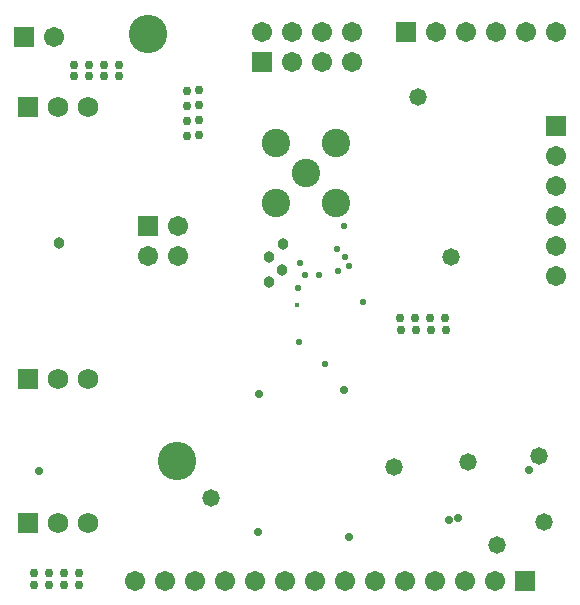
<source format=gbs>
G04*
G04 #@! TF.GenerationSoftware,Altium Limited,Altium Designer,18.0.11 (651)*
G04*
G04 Layer_Color=16711935*
%FSLAX25Y25*%
%MOIN*%
G70*
G01*
G75*
%ADD41R,0.06706X0.06706*%
%ADD42C,0.06706*%
%ADD43C,0.09461*%
%ADD44R,0.06706X0.06706*%
%ADD45C,0.06902*%
%ADD46R,0.06902X0.06902*%
%ADD47C,0.02300*%
%ADD48C,0.02800*%
%ADD49C,0.03000*%
%ADD50C,0.03800*%
%ADD51C,0.05800*%
%ADD52C,0.01700*%
%ADD53C,0.12800*%
D41*
X179055Y-192126D02*
D03*
X139528Y-9449D02*
D03*
X91575Y-19449D02*
D03*
X12126Y-11024D02*
D03*
D42*
X169055Y-192126D02*
D03*
X159055D02*
D03*
X149055D02*
D03*
X139055D02*
D03*
X129055D02*
D03*
X119055D02*
D03*
X109055D02*
D03*
X99055D02*
D03*
X89055D02*
D03*
X79055D02*
D03*
X69055D02*
D03*
X59055D02*
D03*
X49055D02*
D03*
X189528Y-9449D02*
D03*
X179528D02*
D03*
X169528D02*
D03*
X159528D02*
D03*
X149528D02*
D03*
X91575D02*
D03*
X101575Y-19449D02*
D03*
Y-9449D02*
D03*
X111575Y-19449D02*
D03*
Y-9449D02*
D03*
X121575Y-19449D02*
D03*
Y-9449D02*
D03*
X63490Y-84020D02*
D03*
X53490D02*
D03*
X63490Y-74020D02*
D03*
X189370Y-50472D02*
D03*
Y-60472D02*
D03*
Y-70472D02*
D03*
Y-80472D02*
D03*
Y-90472D02*
D03*
X22126Y-11024D02*
D03*
D43*
X96070Y-46340D02*
D03*
X116070D02*
D03*
Y-66340D02*
D03*
X96070D02*
D03*
X106070Y-56340D02*
D03*
D44*
X53490Y-74020D02*
D03*
X189370Y-40472D02*
D03*
D45*
X33465Y-124803D02*
D03*
X23465D02*
D03*
X33465Y-173000D02*
D03*
X23465D02*
D03*
X33465Y-34290D02*
D03*
X23465D02*
D03*
D46*
X13465Y-124803D02*
D03*
Y-173000D02*
D03*
Y-34290D02*
D03*
D47*
X110600Y-90150D02*
D03*
X105990Y-90380D02*
D03*
X104160Y-86150D02*
D03*
X116710Y-88900D02*
D03*
X119080Y-84270D02*
D03*
X120610Y-87230D02*
D03*
X103480Y-94720D02*
D03*
X103920Y-112690D02*
D03*
X125250Y-99410D02*
D03*
X112630Y-119980D02*
D03*
X118760Y-73820D02*
D03*
X116620Y-81630D02*
D03*
D48*
X180600Y-155150D02*
D03*
X118850Y-128590D02*
D03*
X17200Y-155660D02*
D03*
X90520Y-130040D02*
D03*
X90200Y-176110D02*
D03*
X120460Y-177630D02*
D03*
X156840Y-171150D02*
D03*
X153740Y-172090D02*
D03*
D49*
X30420Y-189620D02*
D03*
X25420D02*
D03*
X20420D02*
D03*
X15420D02*
D03*
X15510Y-193570D02*
D03*
X20510D02*
D03*
X25510D02*
D03*
X30510D02*
D03*
X66640Y-28800D02*
D03*
Y-33800D02*
D03*
Y-38800D02*
D03*
Y-43800D02*
D03*
X70590Y-43710D02*
D03*
Y-38710D02*
D03*
Y-33710D02*
D03*
Y-28710D02*
D03*
X43840Y-20160D02*
D03*
X38840D02*
D03*
X33840D02*
D03*
X28840D02*
D03*
X28930Y-24110D02*
D03*
X33930D02*
D03*
X38930D02*
D03*
X43930D02*
D03*
X152700Y-108610D02*
D03*
X147700D02*
D03*
X142700D02*
D03*
X137700D02*
D03*
X137610Y-104660D02*
D03*
X142610D02*
D03*
X147610D02*
D03*
X152610D02*
D03*
D50*
X93700Y-92630D02*
D03*
X93840Y-84370D02*
D03*
X98360Y-80110D02*
D03*
X98330Y-88600D02*
D03*
X23740Y-79490D02*
D03*
D51*
X183670Y-150780D02*
D03*
X169670Y-180310D02*
D03*
X143340Y-31060D02*
D03*
X154610Y-84280D02*
D03*
X185530Y-172450D02*
D03*
X74550Y-164570D02*
D03*
X135600Y-154290D02*
D03*
X160280Y-152620D02*
D03*
D52*
X103300Y-100290D02*
D03*
D53*
X53450Y-9830D02*
D03*
X63110Y-152160D02*
D03*
M02*

</source>
